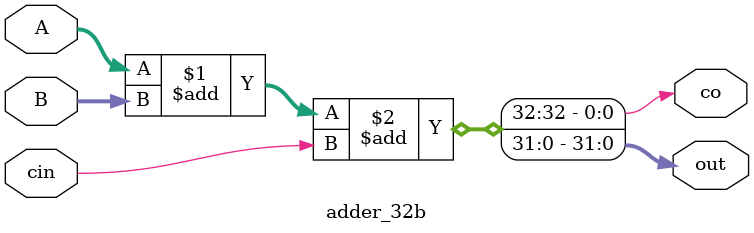
<source format=v>
module adder_32b (input [31:0] A, B, input cin,output co,output [31:0] out);
    assign {co, out} = A + B + cin;
endmodule

</source>
